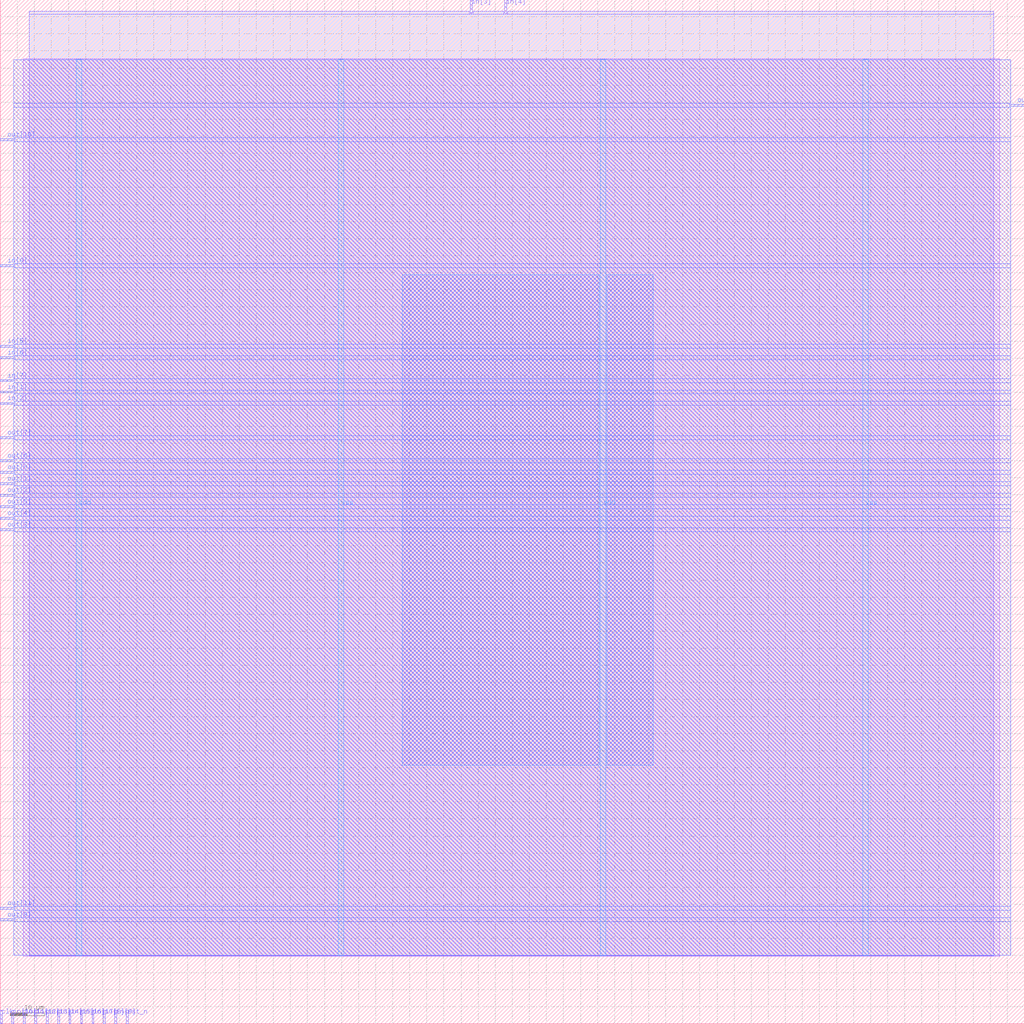
<source format=lef>
VERSION 5.7 ;
  NOWIREEXTENSIONATPIN ON ;
  DIVIDERCHAR "/" ;
  BUSBITCHARS "[]" ;
MACRO cells9
  CLASS BLOCK ;
  FOREIGN cells9 ;
  ORIGIN 0.000 0.000 ;
  SIZE 300.000 BY 300.000 ;
  PIN clk
    DIRECTION INPUT ;
    USE SIGNAL ;
    PORT
      LAYER Metal2 ;
        RECT 0.000 0.000 0.560 4.000 ;
    END
  END clk
  PIN in[0]
    DIRECTION INPUT ;
    USE SIGNAL ;
    ANTENNAGATEAREA 82.550995 ;
    ANTENNADIFFAREA 20.746799 ;
    PORT
      LAYER Metal3 ;
        RECT 0.000 221.760 4.000 222.320 ;
    END
  END in[0]
  PIN in[10]
    DIRECTION INPUT ;
    USE SIGNAL ;
    PORT
      LAYER Metal2 ;
        RECT 3.360 0.000 3.920 4.000 ;
    END
  END in[10]
  PIN in[11]
    DIRECTION INPUT ;
    USE SIGNAL ;
    PORT
      LAYER Metal2 ;
        RECT 6.720 0.000 7.280 4.000 ;
    END
  END in[11]
  PIN in[12]
    DIRECTION INPUT ;
    USE SIGNAL ;
    PORT
      LAYER Metal2 ;
        RECT 10.080 0.000 10.640 4.000 ;
    END
  END in[12]
  PIN in[13]
    DIRECTION INPUT ;
    USE SIGNAL ;
    PORT
      LAYER Metal2 ;
        RECT 13.440 0.000 14.000 4.000 ;
    END
  END in[13]
  PIN in[14]
    DIRECTION INPUT ;
    USE SIGNAL ;
    PORT
      LAYER Metal2 ;
        RECT 16.800 0.000 17.360 4.000 ;
    END
  END in[14]
  PIN in[15]
    DIRECTION INPUT ;
    USE SIGNAL ;
    PORT
      LAYER Metal2 ;
        RECT 20.160 0.000 20.720 4.000 ;
    END
  END in[15]
  PIN in[16]
    DIRECTION INPUT ;
    USE SIGNAL ;
    PORT
      LAYER Metal2 ;
        RECT 23.520 0.000 24.080 4.000 ;
    END
  END in[16]
  PIN in[17]
    DIRECTION INPUT ;
    USE SIGNAL ;
    PORT
      LAYER Metal2 ;
        RECT 26.880 0.000 27.440 4.000 ;
    END
  END in[17]
  PIN in[1]
    DIRECTION INPUT ;
    USE SIGNAL ;
    ANTENNAGATEAREA 3.900000 ;
    ANTENNADIFFAREA 1.220400 ;
    PORT
      LAYER Metal3 ;
        RECT 0.000 184.800 4.000 185.360 ;
    END
  END in[1]
  PIN in[2]
    DIRECTION INPUT ;
    USE SIGNAL ;
    ANTENNAGATEAREA 2.560500 ;
    ANTENNADIFFAREA 1.220400 ;
    PORT
      LAYER Metal3 ;
        RECT 0.000 181.440 4.000 182.000 ;
    END
  END in[2]
  PIN in[3]
    DIRECTION INPUT ;
    USE SIGNAL ;
    ANTENNAGATEAREA 2.560500 ;
    ANTENNADIFFAREA 1.220400 ;
    PORT
      LAYER Metal2 ;
        RECT 137.760 296.000 138.320 300.000 ;
    END
  END in[3]
  PIN in[4]
    DIRECTION INPUT ;
    USE SIGNAL ;
    ANTENNAGATEAREA 2.560500 ;
    ANTENNADIFFAREA 1.220400 ;
    PORT
      LAYER Metal2 ;
        RECT 147.840 296.000 148.400 300.000 ;
    END
  END in[4]
  PIN in[5]
    DIRECTION INPUT ;
    USE SIGNAL ;
    ANTENNAGATEAREA 3.638500 ;
    ANTENNADIFFAREA 1.220400 ;
    PORT
      LAYER Metal3 ;
        RECT 0.000 198.240 4.000 198.800 ;
    END
  END in[5]
  PIN in[6]
    DIRECTION INPUT ;
    USE SIGNAL ;
    ANTENNAGATEAREA 3.638500 ;
    ANTENNADIFFAREA 1.220400 ;
    PORT
      LAYER Metal3 ;
        RECT 0.000 194.880 4.000 195.440 ;
    END
  END in[6]
  PIN in[7]
    DIRECTION INPUT ;
    USE SIGNAL ;
    ANTENNAGATEAREA 3.638500 ;
    ANTENNADIFFAREA 1.220400 ;
    PORT
      LAYER Metal3 ;
        RECT 0.000 188.160 4.000 188.720 ;
    END
  END in[7]
  PIN in[8]
    DIRECTION INPUT ;
    USE SIGNAL ;
    PORT
      LAYER Metal2 ;
        RECT 30.240 0.000 30.800 4.000 ;
    END
  END in[8]
  PIN in[9]
    DIRECTION INPUT ;
    USE SIGNAL ;
    PORT
      LAYER Metal2 ;
        RECT 33.600 0.000 34.160 4.000 ;
    END
  END in[9]
  PIN out[0]
    DIRECTION OUTPUT TRISTATE ;
    USE SIGNAL ;
    ANTENNADIFFAREA 1.911900 ;
    PORT
      LAYER Metal3 ;
        RECT 0.000 161.280 4.000 161.840 ;
    END
  END out[0]
  PIN out[10]
    DIRECTION OUTPUT TRISTATE ;
    USE SIGNAL ;
    ANTENNADIFFAREA 0.290400 ;
    PORT
      LAYER Metal3 ;
        RECT 0.000 258.720 4.000 259.280 ;
    END
  END out[10]
  PIN out[11]
    DIRECTION OUTPUT TRISTATE ;
    USE SIGNAL ;
    ANTENNADIFFAREA 0.290400 ;
    PORT
      LAYER Metal3 ;
        RECT 0.000 33.600 4.000 34.160 ;
    END
  END out[11]
  PIN out[1]
    DIRECTION OUTPUT TRISTATE ;
    USE SIGNAL ;
    ANTENNADIFFAREA 1.386000 ;
    PORT
      LAYER Metal3 ;
        RECT 0.000 157.920 4.000 158.480 ;
    END
  END out[1]
  PIN out[2]
    DIRECTION OUTPUT TRISTATE ;
    USE SIGNAL ;
    ANTENNADIFFAREA 1.386000 ;
    PORT
      LAYER Metal3 ;
        RECT 0.000 154.560 4.000 155.120 ;
    END
  END out[2]
  PIN out[3]
    DIRECTION OUTPUT TRISTATE ;
    USE SIGNAL ;
    ANTENNADIFFAREA 1.386000 ;
    PORT
      LAYER Metal3 ;
        RECT 0.000 144.480 4.000 145.040 ;
    END
  END out[3]
  PIN out[4]
    DIRECTION OUTPUT TRISTATE ;
    USE SIGNAL ;
    ANTENNADIFFAREA 1.386000 ;
    PORT
      LAYER Metal3 ;
        RECT 0.000 147.840 4.000 148.400 ;
    END
  END out[4]
  PIN out[5]
    DIRECTION OUTPUT TRISTATE ;
    USE SIGNAL ;
    ANTENNADIFFAREA 1.386000 ;
    PORT
      LAYER Metal3 ;
        RECT 0.000 151.200 4.000 151.760 ;
    END
  END out[5]
  PIN out[6]
    DIRECTION OUTPUT TRISTATE ;
    USE SIGNAL ;
    ANTENNADIFFAREA 1.386000 ;
    PORT
      LAYER Metal3 ;
        RECT 0.000 164.640 4.000 165.200 ;
    END
  END out[6]
  PIN out[7]
    DIRECTION OUTPUT TRISTATE ;
    USE SIGNAL ;
    ANTENNADIFFAREA 1.386000 ;
    PORT
      LAYER Metal3 ;
        RECT 0.000 171.360 4.000 171.920 ;
    END
  END out[7]
  PIN out[8]
    DIRECTION OUTPUT TRISTATE ;
    USE SIGNAL ;
    ANTENNADIFFAREA 0.290400 ;
    PORT
      LAYER Metal3 ;
        RECT 0.000 30.240 4.000 30.800 ;
    END
  END out[8]
  PIN out[9]
    DIRECTION OUTPUT TRISTATE ;
    USE SIGNAL ;
    ANTENNADIFFAREA 0.290400 ;
    PORT
      LAYER Metal3 ;
        RECT 296.000 268.800 300.000 269.360 ;
    END
  END out[9]
  PIN rst_n
    DIRECTION INPUT ;
    USE SIGNAL ;
    PORT
      LAYER Metal2 ;
        RECT 36.960 0.000 37.520 4.000 ;
    END
  END rst_n
  PIN vdd
    DIRECTION INOUT ;
    USE POWER ;
    PORT
      LAYER Metal4 ;
        RECT 22.240 19.860 23.840 282.540 ;
    END
    PORT
      LAYER Metal4 ;
        RECT 175.840 19.860 177.440 282.540 ;
    END
  END vdd
  PIN vss
    DIRECTION INOUT ;
    USE GROUND ;
    PORT
      LAYER Metal4 ;
        RECT 99.040 19.860 100.640 282.540 ;
    END
    PORT
      LAYER Metal4 ;
        RECT 252.640 19.860 254.240 282.540 ;
    END
  END vss
  OBS
      LAYER Metal1 ;
        RECT 6.720 19.710 292.880 282.690 ;
      LAYER Metal2 ;
        RECT 8.540 295.700 137.460 296.660 ;
        RECT 138.620 295.700 147.540 296.660 ;
        RECT 148.700 295.700 291.060 296.660 ;
        RECT 8.540 19.970 291.060 295.700 ;
      LAYER Metal3 ;
        RECT 4.000 269.660 296.000 282.380 ;
        RECT 4.000 268.500 295.700 269.660 ;
        RECT 4.000 259.580 296.000 268.500 ;
        RECT 4.300 258.420 296.000 259.580 ;
        RECT 4.000 222.620 296.000 258.420 ;
        RECT 4.300 221.460 296.000 222.620 ;
        RECT 4.000 199.100 296.000 221.460 ;
        RECT 4.300 197.940 296.000 199.100 ;
        RECT 4.000 195.740 296.000 197.940 ;
        RECT 4.300 194.580 296.000 195.740 ;
        RECT 4.000 189.020 296.000 194.580 ;
        RECT 4.300 187.860 296.000 189.020 ;
        RECT 4.000 185.660 296.000 187.860 ;
        RECT 4.300 184.500 296.000 185.660 ;
        RECT 4.000 182.300 296.000 184.500 ;
        RECT 4.300 181.140 296.000 182.300 ;
        RECT 4.000 172.220 296.000 181.140 ;
        RECT 4.300 171.060 296.000 172.220 ;
        RECT 4.000 165.500 296.000 171.060 ;
        RECT 4.300 164.340 296.000 165.500 ;
        RECT 4.000 162.140 296.000 164.340 ;
        RECT 4.300 160.980 296.000 162.140 ;
        RECT 4.000 158.780 296.000 160.980 ;
        RECT 4.300 157.620 296.000 158.780 ;
        RECT 4.000 155.420 296.000 157.620 ;
        RECT 4.300 154.260 296.000 155.420 ;
        RECT 4.000 152.060 296.000 154.260 ;
        RECT 4.300 150.900 296.000 152.060 ;
        RECT 4.000 148.700 296.000 150.900 ;
        RECT 4.300 147.540 296.000 148.700 ;
        RECT 4.000 145.340 296.000 147.540 ;
        RECT 4.300 144.180 296.000 145.340 ;
        RECT 4.000 34.460 296.000 144.180 ;
        RECT 4.300 33.300 296.000 34.460 ;
        RECT 4.000 31.100 296.000 33.300 ;
        RECT 4.300 29.940 296.000 31.100 ;
        RECT 4.000 20.020 296.000 29.940 ;
      LAYER Metal4 ;
        RECT 117.740 75.690 175.540 219.430 ;
        RECT 177.740 75.690 191.380 219.430 ;
  END
END cells9
END LIBRARY


</source>
